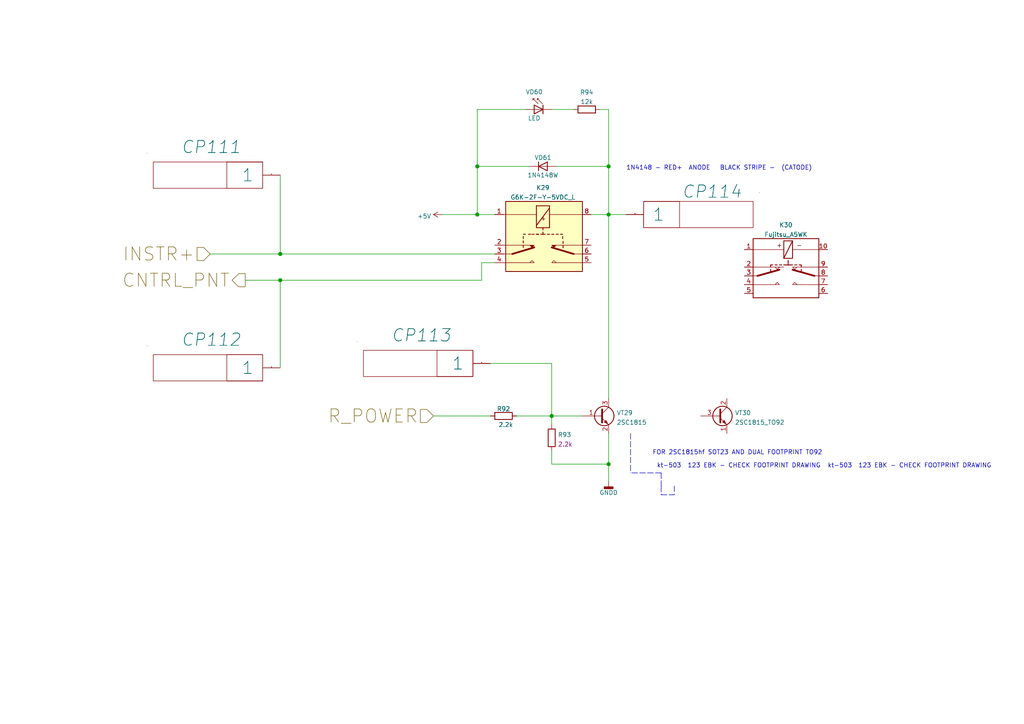
<source format=kicad_sch>
(kicad_sch (version 20210621) (generator eeschema)

  (uuid 023a4d2c-7844-4db0-b088-905a14a837a2)

  (paper "A4")

  (title_block
    (title "Seebeck measurement system (longitudinally)")
    (comment 1 "RUST.ZM-12.402.01.00")
  )

  (lib_symbols
    (symbol "my_Library:12k" (pin_numbers hide) (pin_names (offset 0)) (in_bom yes) (on_board yes)
      (property "Reference" "R" (id 0) (at 0 2.032 0)
        (effects (font (size 1.27 1.27)))
      )
      (property "Value" "12k" (id 1) (at 0.635 -2.54 0)
        (effects (font (size 1.27 1.27)))
      )
      (property "Footprint" "my_Library_ftprint:R_0805_2012Metric" (id 2) (at 0 -1.778 0)
        (effects (font (size 1.27 1.27)) hide)
      )
      (property "Datasheet" "~" (id 3) (at 0 0 90)
        (effects (font (size 1.27 1.27)) hide)
      )
      (property "ki_keywords" "R res resistor" (id 4) (at 0 0 0)
        (effects (font (size 1.27 1.27)) hide)
      )
      (property "ki_description" "Resistor" (id 5) (at 0 0 0)
        (effects (font (size 1.27 1.27)) hide)
      )
      (property "ki_fp_filters" "R_*" (id 6) (at 0 0 0)
        (effects (font (size 1.27 1.27)) hide)
      )
      (symbol "12k_0_1"
        (rectangle (start 2.54 -1.016) (end -2.54 1.016)
          (stroke (width 0.254) (type default) (color 0 0 0 0))
          (fill (type none))
        )
      )
      (symbol "12k_1_1"
        (pin passive line (at -3.81 0 0) (length 1.27)
          (name "~" (effects (font (size 1.27 1.27))))
          (number "1" (effects (font (size 1.27 1.27))))
        )
        (pin passive line (at 3.81 0 180) (length 1.27)
          (name "~" (effects (font (size 1.27 1.27))))
          (number "2" (effects (font (size 1.27 1.27))))
        )
      )
    )
    (symbol "my_Library:1N4148W" (pin_numbers hide) (pin_names (offset 1.016) hide) (in_bom yes) (on_board yes)
      (property "Reference" "VD" (id 0) (at 0 2.54 0)
        (effects (font (size 1.27 1.27)))
      )
      (property "Value" "1N4148W" (id 1) (at 0 -2.54 0)
        (effects (font (size 1.27 1.27)))
      )
      (property "Footprint" "my_Library_ftprint:D_SOD-123" (id 2) (at 0 -4.445 0)
        (effects (font (size 1.27 1.27)) hide)
      )
      (property "Datasheet" "https://assets.nexperia.com/documents/data-sheet/1N4148_1N4448.pdf" (id 3) (at 0 0 0)
        (effects (font (size 1.27 1.27)) hide)
      )
      (property "ki_keywords" "diode" (id 4) (at 0 0 0)
        (effects (font (size 1.27 1.27)) hide)
      )
      (property "ki_description" "100V 0.15A standard switching diode, DO-35" (id 5) (at 0 0 0)
        (effects (font (size 1.27 1.27)) hide)
      )
      (property "ki_fp_filters" "D*DO?35*" (id 6) (at 0 0 0)
        (effects (font (size 1.27 1.27)) hide)
      )
      (symbol "1N4148W_0_1"
        (polyline
          (pts
            (xy -1.27 1.27)
            (xy -1.27 -1.27)
          )
          (stroke (width 0.254) (type default) (color 0 0 0 0))
          (fill (type none))
        )
        (polyline
          (pts
            (xy 1.27 0)
            (xy -1.27 0)
          )
          (stroke (width 0) (type default) (color 0 0 0 0))
          (fill (type none))
        )
        (polyline
          (pts
            (xy 1.27 1.27)
            (xy 1.27 -1.27)
            (xy -1.27 0)
            (xy 1.27 1.27)
          )
          (stroke (width 0.254) (type default) (color 0 0 0 0))
          (fill (type none))
        )
      )
      (symbol "1N4148W_1_1"
        (pin passive line (at -3.81 0 0) (length 2.54)
          (name "K" (effects (font (size 1.27 1.27))))
          (number "1" (effects (font (size 1.27 1.27))))
        )
        (pin passive line (at 3.81 0 180) (length 2.54)
          (name "A" (effects (font (size 1.27 1.27))))
          (number "2" (effects (font (size 1.27 1.27))))
        )
      )
    )
    (symbol "my_Library:2.2k" (pin_numbers hide) (pin_names (offset 0)) (in_bom yes) (on_board yes)
      (property "Reference" "R" (id 0) (at 0 2.032 0)
        (effects (font (size 1.27 1.27)))
      )
      (property "Value" "2.2k" (id 1) (at 0.635 -2.54 0)
        (effects (font (size 1.27 1.27)))
      )
      (property "Footprint" "my_Library_ftprint:R_0805_2012Metric" (id 2) (at 0 -1.778 0)
        (effects (font (size 1.27 1.27)) hide)
      )
      (property "Datasheet" "~" (id 3) (at 0 0 90)
        (effects (font (size 1.27 1.27)) hide)
      )
      (property "ki_keywords" "R res resistor" (id 4) (at 0 0 0)
        (effects (font (size 1.27 1.27)) hide)
      )
      (property "ki_description" "Resistor" (id 5) (at 0 0 0)
        (effects (font (size 1.27 1.27)) hide)
      )
      (property "ki_fp_filters" "R_*" (id 6) (at 0 0 0)
        (effects (font (size 1.27 1.27)) hide)
      )
      (symbol "2.2k_0_1"
        (rectangle (start 2.54 -1.016) (end -2.54 1.016)
          (stroke (width 0.254) (type default) (color 0 0 0 0))
          (fill (type none))
        )
      )
      (symbol "2.2k_1_1"
        (pin passive line (at -3.81 0 0) (length 1.27)
          (name "~" (effects (font (size 1.27 1.27))))
          (number "1" (effects (font (size 1.27 1.27))))
        )
        (pin passive line (at 3.81 0 180) (length 1.27)
          (name "~" (effects (font (size 1.27 1.27))))
          (number "2" (effects (font (size 1.27 1.27))))
        )
      )
    )
    (symbol "my_Library:2.2kvert" (pin_numbers hide) (pin_names (offset 0)) (in_bom yes) (on_board yes)
      (property "Reference" "R" (id 0) (at 3.175 1.905 0)
        (effects (font (size 1.27 1.27)))
      )
      (property "Value" "2.2kvert" (id 1) (at -7.62 0 0)
        (effects (font (size 1.27 1.27)) hide)
      )
      (property "Footprint" "my_Library_ftprint:R_0805_2012Metric" (id 2) (at -1.778 0 90)
        (effects (font (size 1.27 1.27)) hide)
      )
      (property "Datasheet" "~" (id 3) (at 0 0 0)
        (effects (font (size 1.27 1.27)) hide)
      )
      (property "volume" "2.2k" (id 4) (at 3.81 -1.27 0)
        (effects (font (size 1.27 1.27)))
      )
      (property "Field5" "" (id 5) (at 0 0 0)
        (effects (font (size 1.27 1.27)))
      )
      (property "ki_keywords" "R res resistor" (id 6) (at 0 0 0)
        (effects (font (size 1.27 1.27)) hide)
      )
      (property "ki_description" "Resistor" (id 7) (at 0 0 0)
        (effects (font (size 1.27 1.27)) hide)
      )
      (property "ki_fp_filters" "R_*" (id 8) (at 0 0 0)
        (effects (font (size 1.27 1.27)) hide)
      )
      (symbol "2.2kvert_0_1"
        (rectangle (start -1.016 -2.54) (end 1.016 2.54)
          (stroke (width 0.254) (type default) (color 0 0 0 0))
          (fill (type none))
        )
      )
      (symbol "2.2kvert_1_1"
        (pin passive line (at 0 3.81 270) (length 1.27)
          (name "~" (effects (font (size 1.27 1.27))))
          (number "1" (effects (font (size 1.27 1.27))))
        )
        (pin passive line (at 0 -3.81 90) (length 1.27)
          (name "~" (effects (font (size 1.27 1.27))))
          (number "2" (effects (font (size 1.27 1.27))))
        )
      )
    )
    (symbol "my_Library:2SC1815" (pin_names (offset 0) hide) (in_bom yes) (on_board yes)
      (property "Reference" "VT" (id 0) (at 5.08 1.905 0)
        (effects (font (size 1.27 1.27)) (justify left))
      )
      (property "Value" "2SC1815" (id 1) (at 5.08 0 0)
        (effects (font (size 1.27 1.27)) (justify left))
      )
      (property "Footprint" "my_Library_ftprint:SOT-23_MY_C_E_Silk" (id 2) (at 5.08 -1.905 0)
        (effects (font (size 1.27 1.27) italic) (justify left) hide)
      )
      (property "Datasheet" "https://media.digikey.com/pdf/Data%20Sheets/Toshiba%20PDFs/2SC1815.pdf" (id 3) (at 0 0 0)
        (effects (font (size 1.27 1.27)) (justify left) hide)
      )
      (property "ki_keywords" "Low Noise Audio NPN Transistor" (id 4) (at 0 0 0)
        (effects (font (size 1.27 1.27)) hide)
      )
      (property "ki_description" "0.15A Ic, 50V Vce, Low Noise Audio NPN Transistor, TO-92" (id 5) (at 0 0 0)
        (effects (font (size 1.27 1.27)) hide)
      )
      (property "ki_fp_filters" "TO?92*" (id 6) (at 0 0 0)
        (effects (font (size 1.27 1.27)) hide)
      )
      (symbol "2SC1815_0_1"
        (polyline
          (pts
            (xy 0 0)
            (xy 0.508 0)
          )
          (stroke (width 0) (type default) (color 0 0 0 0))
          (fill (type none))
        )
        (polyline
          (pts
            (xy 0.635 0.635)
            (xy 2.54 2.54)
          )
          (stroke (width 0) (type default) (color 0 0 0 0))
          (fill (type none))
        )
        (polyline
          (pts
            (xy 0.635 -0.635)
            (xy 2.54 -2.54)
            (xy 2.54 -2.54)
          )
          (stroke (width 0) (type default) (color 0 0 0 0))
          (fill (type none))
        )
        (polyline
          (pts
            (xy 0.635 1.905)
            (xy 0.635 -1.905)
            (xy 0.635 -1.905)
          )
          (stroke (width 0.508) (type default) (color 0 0 0 0))
          (fill (type none))
        )
        (polyline
          (pts
            (xy 1.27 -1.778)
            (xy 1.778 -1.27)
            (xy 2.286 -2.286)
            (xy 1.27 -1.778)
            (xy 1.27 -1.778)
          )
          (stroke (width 0) (type default) (color 0 0 0 0))
          (fill (type outline))
        )
        (circle (center 1.27 0) (radius 2.8194) (stroke (width 0.254))           (stroke (width 0.254) (type default) (color 0 0 0 0))
          (fill (type none))
        )
      )
      (symbol "2SC1815_1_1"
        (pin input line (at -5.08 0 0) (length 5.08)
          (name "B" (effects (font (size 1.27 1.27))))
          (number "1" (effects (font (size 1.27 1.27))))
        )
        (pin passive line (at 2.54 -5.08 90) (length 2.54)
          (name "E" (effects (font (size 1.27 1.27))))
          (number "2" (effects (font (size 1.27 1.27))))
        )
        (pin passive line (at 2.54 5.08 270) (length 2.54)
          (name "C" (effects (font (size 1.27 1.27))))
          (number "3" (effects (font (size 1.27 1.27))))
        )
      )
    )
    (symbol "my_Library:2SC1815_TO92" (pin_names (offset 0) hide) (in_bom yes) (on_board yes)
      (property "Reference" "VT" (id 0) (at 5.08 1.905 0)
        (effects (font (size 1.27 1.27)) (justify left))
      )
      (property "Value" "2SC1815_TO92" (id 1) (at 5.08 0 0)
        (effects (font (size 1.27 1.27)) (justify left))
      )
      (property "Footprint" "my_Library_ftprint:TO-92L_Inline" (id 2) (at -12.7 -11.43 0)
        (effects (font (size 1.27 1.27) italic) (justify left) hide)
      )
      (property "Datasheet" "https://media.digikey.com/pdf/Data%20Sheets/Toshiba%20PDFs/2SC1815.pdf" (id 3) (at -22.86 -6.35 0)
        (effects (font (size 1.27 1.27)) (justify left) hide)
      )
      (property "ki_keywords" "Low Noise Audio NPN Transistor" (id 4) (at 0 0 0)
        (effects (font (size 1.27 1.27)) hide)
      )
      (property "ki_description" "0.15A Ic, 50V Vce, Low Noise Audio NPN Transistor, TO-92" (id 5) (at 0 0 0)
        (effects (font (size 1.27 1.27)) hide)
      )
      (property "ki_fp_filters" "TO?92*" (id 6) (at 0 0 0)
        (effects (font (size 1.27 1.27)) hide)
      )
      (symbol "2SC1815_TO92_0_1"
        (polyline
          (pts
            (xy 0 0)
            (xy 0.508 0)
          )
          (stroke (width 0) (type default) (color 0 0 0 0))
          (fill (type none))
        )
        (polyline
          (pts
            (xy 0.635 0.635)
            (xy 2.54 2.54)
          )
          (stroke (width 0) (type default) (color 0 0 0 0))
          (fill (type none))
        )
        (polyline
          (pts
            (xy 0.635 -0.635)
            (xy 2.54 -2.54)
            (xy 2.54 -2.54)
          )
          (stroke (width 0) (type default) (color 0 0 0 0))
          (fill (type none))
        )
        (polyline
          (pts
            (xy 0.635 1.905)
            (xy 0.635 -1.905)
            (xy 0.635 -1.905)
          )
          (stroke (width 0.508) (type default) (color 0 0 0 0))
          (fill (type none))
        )
        (polyline
          (pts
            (xy 1.27 -1.778)
            (xy 1.778 -1.27)
            (xy 2.286 -2.286)
            (xy 1.27 -1.778)
            (xy 1.27 -1.778)
          )
          (stroke (width 0) (type default) (color 0 0 0 0))
          (fill (type outline))
        )
        (circle (center 1.27 0) (radius 2.8194) (stroke (width 0.254))           (stroke (width 0.254) (type default) (color 0 0 0 0))
          (fill (type none))
        )
      )
      (symbol "2SC1815_TO92_1_1"
        (pin passive line (at 2.54 -5.08 90) (length 2.54)
          (name "E" (effects (font (size 1.27 1.27))))
          (number "1" (effects (font (size 1.27 1.27))))
        )
        (pin passive line (at 2.54 5.08 270) (length 2.54)
          (name "C" (effects (font (size 1.27 1.27))))
          (number "2" (effects (font (size 1.27 1.27))))
        )
        (pin input line (at -5.08 0 0) (length 5.08)
          (name "B" (effects (font (size 1.27 1.27))))
          (number "3" (effects (font (size 1.27 1.27))))
        )
      )
    )
    (symbol "my_Library:CP_L" (pin_names (offset 2.54)) (in_bom yes) (on_board yes)
      (property "Reference" "CP" (id 0) (at -21.336 7.874 0)
        (effects (font (size 3.556 3.556) italic))
      )
      (property "Value" "CP_L" (id 1) (at -101.6 0 0)
        (effects (font (size 2.0066 2.0066) italic) hide)
      )
      (property "Footprint" "my_Library_ftprint:PinHeader_1x01_P2.54mm_Vertical" (id 2) (at -101.6 -2.54 0)
        (effects (font (size 2.0066 2.0066) italic) hide)
      )
      (property "Datasheet" "" (id 3) (at -101.6 -5.08 0)
        (effects (font (size 2.0066 2.0066) italic) hide)
      )
      (property "ValueName" "ВИЛКА НА ПЛАТУ 2.5 ММ ШАГ" (id 4) (at -21.336 -23.622 0)
        (effects (font (size 2.0066 2.0066) italic) hide)
      )
      (property "ValueGroup" "Соединители" (id 5) (at -101.6 -7.62 0)
        (effects (font (size 2.0066 2.0066) italic) hide)
      )
      (property "ValueGOST" "розетка СНП346-5PП21-1" (id 6) (at -101.6 -10.16 0)
        (effects (font (size 2.0066 2.0066) italic) hide)
      )
      (property "ValueTU" "РЮМК.430420.011ТУ" (id 7) (at -101.6 -12.7 0)
        (effects (font (size 2.0066 2.0066) italic) hide)
      )
      (property "ValueManufacturer" "ф. АО «Электродеталь»" (id 8) (at -101.6 -15.24 0)
        (effects (font (size 2.0066 2.0066) italic) hide)
      )
      (property "ValueTemp_1" "РЮМК.430420.011ТУ" (id 9) (at -101.6 -17.78 0)
        (effects (font (size 2.0066 2.0066) italic) hide)
      )
      (property "ValueSupplier" "ф. АО «Электродеталь»" (id 10) (at -101.6 -20.32 0)
        (effects (font (size 2.0066 2.0066) italic) hide)
      )
      (property "ValueAnalog" "PLD-10 DS-1021" (id 11) (at -101.6 -22.86 0)
        (effects (font (size 2.0066 2.0066) italic) hide)
      )
      (property "ValueTemperature" "от минус 60 ⁰C до + 85 ⁰C" (id 12) (at -101.6 -25.4 0)
        (effects (font (size 2.0066 2.0066) italic) hide)
      )
      (property "ValueNote" "-" (id 13) (at -101.6 -27.94 0)
        (effects (font (size 2.0066 2.0066) italic) hide)
      )
      (property "ValueTemp_2" "-" (id 14) (at -101.6 -30.48 0)
        (effects (font (size 2.0066 2.0066) italic) hide)
      )
      (property "ValueTemp_3" "-" (id 15) (at -101.6 -33.02 0)
        (effects (font (size 2.0066 2.0066) italic) hide)
      )
      (property "ValueTemp_4" "-" (id 16) (at -101.6 -35.56 0)
        (effects (font (size 2.0066 2.0066) italic) hide)
      )
      (property "ValueTemp_5" "-" (id 17) (at -101.6 -38.1 0)
        (effects (font (size 2.0066 2.0066) italic) hide)
      )
      (property "PIN1" "  " (id 18) (at -12.6362 37.9594 0)
        (effects (font (size 2.0066 2.0066) italic))
      )
      (property "PIN2" "   " (id 19) (at -12.6362 33.7224 0)
        (effects (font (size 2.0066 2.0066) italic))
      )
      (property "PIN3" " " (id 20) (at -12.6362 29.4854 0)
        (effects (font (size 2.0066 2.0066) italic))
      )
      (property "PIN4" "  " (id 21) (at -12.6362 25.2484 0)
        (effects (font (size 2.0066 2.0066) italic))
      )
      (property "PIN5" " " (id 22) (at -12.6362 21.0114 0)
        (effects (font (size 2.0066 2.0066) italic))
      )
      (property "ki_fp_filters" "[LTM][FP][Connectors][SNP346]:[LTM][X]*" (id 23) (at 0 0 0)
        (effects (font (size 1.27 1.27)) hide)
      )
      (symbol "CP_L_0_0"
        (pin passive line (at 0 0 180) (length 5.08)
          (name "1" (effects (font (size 3.556 3.556))))
          (number "1" (effects (font (size 0.0254 0.0254))))
        )
      )
      (symbol "CP_L_1_1"
        (rectangle (start -38.608 6.35) (end -38.608 6.35)
          (stroke (width 0) (type default) (color 0 0 0 0))
          (fill (type none))
        )
        (rectangle (start -36.83 3.81) (end -5.08 -3.81)
          (stroke (width 0) (type default) (color 0 0 0 0))
          (fill (type none))
        )
        (rectangle (start -15.494 3.81) (end -5.08 -3.81)
          (stroke (width 0) (type default) (color 0 0 0 0))
          (fill (type none))
        )
        (text " " (at 9.906 -12.7 0)
          (effects (font (size 2.0066 2.0066) italic))
        )
        (text " " (at 9.906 -7.62 0)
          (effects (font (size 2.0066 2.0066) italic))
        )
        (text " " (at 9.906 -2.54 0)
          (effects (font (size 2.0066 2.0066) italic))
        )
        (text " " (at 9.906 2.54 0)
          (effects (font (size 2.0066 2.0066) italic))
        )
        (text " " (at 9.906 17.78 0)
          (effects (font (size 2.0066 2.0066) italic))
        )
        (text " " (at 12.446 -34.29 0)
          (effects (font (size 2.0066 2.0066) italic))
        )
        (text " " (at 12.446 -29.21 0)
          (effects (font (size 2.0066 2.0066) italic))
        )
        (text " " (at 12.446 -24.13 0)
          (effects (font (size 2.0066 2.0066) italic))
        )
      )
    )
    (symbol "my_Library:CP_R" (pin_names (offset 2.54)) (in_bom yes) (on_board yes)
      (property "Reference" "CP" (id 0) (at -21.336 7.874 0)
        (effects (font (size 3.556 3.556) italic))
      )
      (property "Value" "CP_R" (id 1) (at -101.6 0 0)
        (effects (font (size 2.0066 2.0066) italic) hide)
      )
      (property "Footprint" "my_Library_ftprint:PinHeader_1x01_P2.54mm_Vertical" (id 2) (at -101.6 -2.54 0)
        (effects (font (size 2.0066 2.0066) italic) hide)
      )
      (property "Datasheet" "" (id 3) (at -101.6 -5.08 0)
        (effects (font (size 2.0066 2.0066) italic) hide)
      )
      (property "ValueName" "ВИЛКА НА ПЛАТУ 2.5 ММ ШАГ" (id 4) (at -21.336 -23.622 0)
        (effects (font (size 2.0066 2.0066) italic) hide)
      )
      (property "ValueGroup" "Соединители" (id 5) (at -101.6 -7.62 0)
        (effects (font (size 2.0066 2.0066) italic) hide)
      )
      (property "ValueGOST" "розетка СНП346-5PП21-1" (id 6) (at -101.6 -10.16 0)
        (effects (font (size 2.0066 2.0066) italic) hide)
      )
      (property "ValueTU" "РЮМК.430420.011ТУ" (id 7) (at -101.6 -12.7 0)
        (effects (font (size 2.0066 2.0066) italic) hide)
      )
      (property "ValueManufacturer" "ф. АО «Электродеталь»" (id 8) (at -101.6 -15.24 0)
        (effects (font (size 2.0066 2.0066) italic) hide)
      )
      (property "ValueTemp_1" "РЮМК.430420.011ТУ" (id 9) (at -101.6 -17.78 0)
        (effects (font (size 2.0066 2.0066) italic) hide)
      )
      (property "ValueSupplier" "ф. АО «Электродеталь»" (id 10) (at -101.6 -20.32 0)
        (effects (font (size 2.0066 2.0066) italic) hide)
      )
      (property "ValueAnalog" "PLD-10 DS-1021" (id 11) (at -101.6 -22.86 0)
        (effects (font (size 2.0066 2.0066) italic) hide)
      )
      (property "ValueTemperature" "от минус 60 ⁰C до + 85 ⁰C" (id 12) (at -101.6 -25.4 0)
        (effects (font (size 2.0066 2.0066) italic) hide)
      )
      (property "ValueNote" "-" (id 13) (at -101.6 -27.94 0)
        (effects (font (size 2.0066 2.0066) italic) hide)
      )
      (property "ValueTemp_2" "-" (id 14) (at -101.6 -30.48 0)
        (effects (font (size 2.0066 2.0066) italic) hide)
      )
      (property "ValueTemp_3" "-" (id 15) (at -101.6 -33.02 0)
        (effects (font (size 2.0066 2.0066) italic) hide)
      )
      (property "ValueTemp_4" "-" (id 16) (at -101.6 -35.56 0)
        (effects (font (size 2.0066 2.0066) italic) hide)
      )
      (property "ValueTemp_5" "-" (id 17) (at -101.6 -38.1 0)
        (effects (font (size 2.0066 2.0066) italic) hide)
      )
      (property "PIN1" "  " (id 18) (at -12.6362 37.9594 0)
        (effects (font (size 2.0066 2.0066) italic))
      )
      (property "PIN2" "   " (id 19) (at -12.6362 33.7224 0)
        (effects (font (size 2.0066 2.0066) italic))
      )
      (property "PIN3" " " (id 20) (at -12.6362 29.4854 0)
        (effects (font (size 2.0066 2.0066) italic))
      )
      (property "PIN4" "  " (id 21) (at -12.6362 25.2484 0)
        (effects (font (size 2.0066 2.0066) italic))
      )
      (property "PIN5" " " (id 22) (at -12.6362 21.0114 0)
        (effects (font (size 2.0066 2.0066) italic))
      )
      (property "ki_fp_filters" "[LTM][FP][Connectors][SNP346]:[LTM][X]*" (id 23) (at 0 0 0)
        (effects (font (size 1.27 1.27)) hide)
      )
      (symbol "CP_R_0_0"
        (pin passive line (at 0 0 180) (length 5.08)
          (name "1" (effects (font (size 3.556 3.556))))
          (number "1" (effects (font (size 0.0254 0.0254))))
        )
      )
      (symbol "CP_R_1_1"
        (rectangle (start -38.608 6.35) (end -38.608 6.35)
          (stroke (width 0) (type default) (color 0 0 0 0))
          (fill (type none))
        )
        (rectangle (start -36.83 3.81) (end -5.08 -3.81)
          (stroke (width 0) (type default) (color 0 0 0 0))
          (fill (type none))
        )
        (rectangle (start -15.494 3.81) (end -5.08 -3.81)
          (stroke (width 0) (type default) (color 0 0 0 0))
          (fill (type none))
        )
        (text " " (at 9.906 -12.7 0)
          (effects (font (size 2.0066 2.0066) italic))
        )
        (text " " (at 9.906 -7.62 0)
          (effects (font (size 2.0066 2.0066) italic))
        )
        (text " " (at 9.906 -2.54 0)
          (effects (font (size 2.0066 2.0066) italic))
        )
        (text " " (at 9.906 2.54 0)
          (effects (font (size 2.0066 2.0066) italic))
        )
        (text " " (at 9.906 17.78 0)
          (effects (font (size 2.0066 2.0066) italic))
        )
        (text " " (at 12.446 -34.29 0)
          (effects (font (size 2.0066 2.0066) italic))
        )
        (text " " (at 12.446 -29.21 0)
          (effects (font (size 2.0066 2.0066) italic))
        )
        (text " " (at 12.446 -24.13 0)
          (effects (font (size 2.0066 2.0066) italic))
        )
      )
    )
    (symbol "my_Library:Fujitsu_A5WK" (in_bom yes) (on_board yes)
      (property "Reference" "K" (id 0) (at 0 12.8566 0)
        (effects (font (size 1.27 1.27)))
      )
      (property "Value" "Fujitsu_A5WK" (id 1) (at 0 10.0815 0)
        (effects (font (size 1.27 1.27)))
      )
      (property "Footprint" "my_Library_ftprint:Relay_DPDT_Fujitsu_A5WK" (id 2) (at 1.27 26.67 0)
        (effects (font (size 1.27 1.27)) hide)
      )
      (property "Datasheet" "https://www.fujitsu.com/downloads/MICRO/fcai/relays/ftr-f1.pdf" (id 3) (at 3.81 30.48 0)
        (effects (font (size 1.27 1.27)) hide)
      )
      (property "ki_keywords" "double pole double throw relay" (id 4) (at 0 0 0)
        (effects (font (size 1.27 1.27)) hide)
      )
      (property "ki_description" "Fujitsu Low Profile Power Relay" (id 5) (at 0 0 0)
        (effects (font (size 1.27 1.27)) hide)
      )
      (property "ki_fp_filters" "*Relay*DPDT*Fujitsu*FTR*F1C*" (id 6) (at 0 0 0)
        (effects (font (size 1.27 1.27)) hide)
      )
      (symbol "Fujitsu_A5WK_0_0"
        (text "+" (at -2.54 6.35 0)
          (effects (font (size 1.27 1.27)))
        )
        (text "-" (at 3.175 6.35 0)
          (effects (font (size 1.27 1.27)))
        )
      )
      (symbol "Fujitsu_A5WK_0_1"
        (polyline
          (pts
            (xy 1.27 7.62)
            (xy -1.27 2.54)
          )
          (stroke (width 0.254) (type default) (color 0 0 0 0))
          (fill (type none))
        )
        (polyline
          (pts
            (xy -5.08 0)
            (xy -2.54 0)
            (xy -3.175 -0.635)
            (xy -3.81 0)
          )
          (stroke (width 0) (type default) (color 0 0 0 0))
          (fill (type none))
        )
        (polyline
          (pts
            (xy 3.81 0)
            (xy 1.27 0)
            (xy 1.905 -0.635)
            (xy 2.54 0)
          )
          (stroke (width 0) (type default) (color 0 0 0 0))
          (fill (type none))
        )
        (rectangle (start 1.27 7.62) (end -1.27 2.54)
          (stroke (width 0.254) (type default) (color 0 0 0 0))
          (fill (type none))
        )
      )
      (symbol "Fujitsu_A5WK_1_1"
        (rectangle (start -10.16 8.255) (end 8.89 -8.89)
          (stroke (width 0.254) (type default) (color 0 0 0 0))
          (fill (type none))
        )
        (polyline
          (pts
            (xy -10.16 5.08)
            (xy -1.27 5.08)
          )
          (stroke (width 0) (type default) (color 0 0 0 0))
          (fill (type none))
        )
        (polyline
          (pts
            (xy -8.89 -2.54)
            (xy -10.16 -2.54)
          )
          (stroke (width 0.1524) (type default) (color 0 0 0 0))
          (fill (type none))
        )
        (polyline
          (pts
            (xy -8.89 -2.54)
            (xy -2.54 -0.762)
          )
          (stroke (width 0.508) (type default) (color 0 0 0 0))
          (fill (type none))
        )
        (polyline
          (pts
            (xy -5.08 -5.08)
            (xy -10.16 -5.08)
          )
          (stroke (width 0.1524) (type default) (color 0 0 0 0))
          (fill (type none))
        )
        (polyline
          (pts
            (xy -5.08 -0.635)
            (xy -5.08 -1.27)
          )
          (stroke (width 0.254) (type default) (color 0 0 0 0))
          (fill (type none))
        )
        (polyline
          (pts
            (xy -5.08 0)
            (xy -10.16 0)
          )
          (stroke (width 0.1524) (type default) (color 0 0 0 0))
          (fill (type none))
        )
        (polyline
          (pts
            (xy -5.08 0.635)
            (xy -5.08 0)
          )
          (stroke (width 0.254) (type default) (color 0 0 0 0))
          (fill (type none))
        )
        (polyline
          (pts
            (xy -5.08 0.635)
            (xy -4.445 0.635)
          )
          (stroke (width 0.254) (type default) (color 0 0 0 0))
          (fill (type none))
        )
        (polyline
          (pts
            (xy -3.81 0.635)
            (xy -3.175 0.635)
          )
          (stroke (width 0.254) (type default) (color 0 0 0 0))
          (fill (type none))
        )
        (polyline
          (pts
            (xy -2.54 0)
            (xy -1.27 0)
          )
          (stroke (width 0) (type default) (color 0 0 0 0))
          (fill (type none))
        )
        (polyline
          (pts
            (xy -2.54 0.635)
            (xy -1.905 0.635)
          )
          (stroke (width 0.254) (type default) (color 0 0 0 0))
          (fill (type none))
        )
        (polyline
          (pts
            (xy -1.27 0.635)
            (xy -0.635 0.635)
          )
          (stroke (width 0.254) (type default) (color 0 0 0 0))
          (fill (type none))
        )
        (polyline
          (pts
            (xy -0.635 0.635)
            (xy 0 0.635)
          )
          (stroke (width 0.254) (type default) (color 0 0 0 0))
          (fill (type none))
        )
        (polyline
          (pts
            (xy 0 0.635)
            (xy 0 1.27)
          )
          (stroke (width 0.254) (type default) (color 0 0 0 0))
          (fill (type none))
        )
        (polyline
          (pts
            (xy 0 0.635)
            (xy 0.635 0.635)
          )
          (stroke (width 0.254) (type default) (color 0 0 0 0))
          (fill (type none))
        )
        (polyline
          (pts
            (xy 0 1.905)
            (xy 0 1.27)
          )
          (stroke (width 0.254) (type default) (color 0 0 0 0))
          (fill (type none))
        )
        (polyline
          (pts
            (xy 0.635 0.635)
            (xy 1.27 0.635)
          )
          (stroke (width 0.254) (type default) (color 0 0 0 0))
          (fill (type none))
        )
        (polyline
          (pts
            (xy 1.905 0.635)
            (xy 2.54 0.635)
          )
          (stroke (width 0.254) (type default) (color 0 0 0 0))
          (fill (type none))
        )
        (polyline
          (pts
            (xy 3.175 0.635)
            (xy 3.81 0.635)
          )
          (stroke (width 0.254) (type default) (color 0 0 0 0))
          (fill (type none))
        )
        (polyline
          (pts
            (xy 3.81 -5.08)
            (xy 8.89 -5.08)
          )
          (stroke (width 0.1524) (type default) (color 0 0 0 0))
          (fill (type none))
        )
        (polyline
          (pts
            (xy 3.81 -0.635)
            (xy 3.81 -1.27)
          )
          (stroke (width 0.254) (type default) (color 0 0 0 0))
          (fill (type none))
        )
        (polyline
          (pts
            (xy 3.81 0)
            (xy 8.89 0)
          )
          (stroke (width 0.1524) (type default) (color 0 0 0 0))
          (fill (type none))
        )
        (polyline
          (pts
            (xy 3.81 0.635)
            (xy 3.81 0)
          )
          (stroke (width 0.254) (type default) (color 0 0 0 0))
          (fill (type none))
        )
        (polyline
          (pts
            (xy 7.62 -2.54)
            (xy 1.27 -0.762)
          )
          (stroke (width 0.508) (type default) (color 0 0 0 0))
          (fill (type none))
        )
        (polyline
          (pts
            (xy 7.62 -2.54)
            (xy 8.89 -2.54)
          )
          (stroke (width 0.1524) (type default) (color 0 0 0 0))
          (fill (type none))
        )
        (polyline
          (pts
            (xy 8.89 5.08)
            (xy 1.27 5.08)
            (xy 1.524 5.08)
          )
          (stroke (width 0) (type default) (color 0 0 0 0))
          (fill (type none))
        )
        (polyline
          (pts
            (xy -5.08 -5.08)
            (xy -2.54 -5.08)
            (xy -3.175 -4.445)
            (xy -3.81 -5.08)
          )
          (stroke (width 0) (type default) (color 0 0 0 0))
          (fill (type none))
        )
        (polyline
          (pts
            (xy 3.81 -5.08)
            (xy 1.27 -5.08)
            (xy 1.905 -4.445)
            (xy 2.54 -5.08)
          )
          (stroke (width 0) (type default) (color 0 0 0 0))
          (fill (type none))
        )
        (pin passive line (at -12.7 5.08 0) (length 2.54)
          (name "" (effects (font (size 1.27 1.27))))
          (number "1" (effects (font (size 1.27 1.27))))
        )
        (pin passive line (at 11.43 5.08 180) (length 2.54)
          (name "" (effects (font (size 1.27 1.27))))
          (number "10" (effects (font (size 1.27 1.27))))
        )
        (pin passive line (at -12.7 0 0) (length 2.54)
          (name "~" (effects (font (size 1.27 1.27))))
          (number "2" (effects (font (size 1.27 1.27))))
        )
        (pin passive line (at -12.7 -2.54 0) (length 2.54)
          (name "~" (effects (font (size 1.27 1.27))))
          (number "3" (effects (font (size 1.27 1.27))))
        )
        (pin passive line (at -12.7 -5.08 0) (length 2.54)
          (name "~" (effects (font (size 1.27 1.27))))
          (number "4" (effects (font (size 1.27 1.27))))
        )
        (pin input line (at -12.7 -7.62 0) (length 2.54)
          (name "" (effects (font (size 1.27 1.27))))
          (number "5" (effects (font (size 1.27 1.27))))
        )
        (pin input line (at 11.43 -7.62 180) (length 2.54)
          (name "" (effects (font (size 1.27 1.27))))
          (number "6" (effects (font (size 1.27 1.27))))
        )
        (pin passive line (at 11.43 -5.08 180) (length 2.54)
          (name "~" (effects (font (size 1.27 1.27))))
          (number "7" (effects (font (size 1.27 1.27))))
        )
        (pin passive line (at 11.43 -2.54 180) (length 2.54)
          (name "~" (effects (font (size 1.27 1.27))))
          (number "8" (effects (font (size 1.27 1.27))))
        )
        (pin passive line (at 11.43 0 180) (length 2.54)
          (name "~" (effects (font (size 1.27 1.27))))
          (number "9" (effects (font (size 1.27 1.27))))
        )
      )
    )
    (symbol "my_Library:G6K-2F-Y-5VDC_L" (in_bom yes) (on_board yes)
      (property "Reference" "K" (id 0) (at 16.51 7.62 0)
        (effects (font (size 1.27 1.27)) (justify left))
      )
      (property "Value" "G6K-2F-Y-5VDC_L" (id 1) (at 8.255 -19.05 0)
        (effects (font (size 1.27 1.27)) (justify left))
      )
      (property "Footprint" "my_Library_ftprint:Relay_DPDT_Omron_G6K-2F-Y" (id 2) (at -11.43 -19.685 0)
        (effects (font (size 1.27 1.27)) (justify left) hide)
      )
      (property "Datasheet" "http://omronfs.omron.com/en_US/ecb/products/pdf/en-g6k.pdf" (id 3) (at 11.43 -26.67 0)
        (effects (font (size 1.27 1.27)) hide)
      )
      (property "ki_keywords" "Miniature Relay Dual Pole DPDT Omron" (id 4) (at 0 0 0)
        (effects (font (size 1.27 1.27)) hide)
      )
      (property "ki_description" "Miniature 2-pole relay, Single-side Stable" (id 5) (at 0 0 0)
        (effects (font (size 1.27 1.27)) hide)
      )
      (property "ki_fp_filters" "Relay*DPDT*Omron*G6K?2*" (id 6) (at 0 0 0)
        (effects (font (size 1.27 1.27)) hide)
      )
      (symbol "G6K-2F-Y-5VDC_L_0_0"
        (text "+" (at 13.97 -1.27 900)
          (effects (font (size 1.27 1.27)))
        )
      )
      (symbol "G6K-2F-Y-5VDC_L_0_1"
        (polyline
          (pts
            (xy 5.08 -11.43)
            (xy 2.54 -11.43)
          )
          (stroke (width 0) (type default) (color 0 0 0 0))
          (fill (type none))
        )
        (polyline
          (pts
            (xy 5.08 -11.43)
            (xy 11.43 -9.525)
          )
          (stroke (width 0.508) (type default) (color 0 0 0 0))
          (fill (type none))
        )
        (polyline
          (pts
            (xy 8.255 -8.89)
            (xy 8.255 -9.525)
          )
          (stroke (width 0.254) (type default) (color 0 0 0 0))
          (fill (type none))
        )
        (polyline
          (pts
            (xy 8.255 -7.62)
            (xy 8.255 -8.255)
          )
          (stroke (width 0.254) (type default) (color 0 0 0 0))
          (fill (type none))
        )
        (polyline
          (pts
            (xy 8.255 -6.35)
            (xy 8.255 -6.985)
          )
          (stroke (width 0.254) (type default) (color 0 0 0 0))
          (fill (type none))
        )
        (polyline
          (pts
            (xy 8.255 -5.715)
            (xy 8.89 -5.715)
          )
          (stroke (width 0.254) (type default) (color 0 0 0 0))
          (fill (type none))
        )
        (polyline
          (pts
            (xy 8.89 -13.97)
            (xy 2.54 -13.97)
          )
          (stroke (width 0.1524) (type default) (color 0 0 0 0))
          (fill (type none))
        )
        (polyline
          (pts
            (xy 8.89 -8.89)
            (xy 2.54 -8.89)
          )
          (stroke (width 0.1524) (type default) (color 0 0 0 0))
          (fill (type none))
        )
        (polyline
          (pts
            (xy 9.779 -5.715)
            (xy 10.414 -5.715)
          )
          (stroke (width 0.254) (type default) (color 0 0 0 0))
          (fill (type none))
        )
        (polyline
          (pts
            (xy 10.795 -5.715)
            (xy 11.43 -5.715)
          )
          (stroke (width 0.254) (type default) (color 0 0 0 0))
          (fill (type none))
        )
        (polyline
          (pts
            (xy 12.065 -5.715)
            (xy 12.7 -5.715)
          )
          (stroke (width 0.254) (type default) (color 0 0 0 0))
          (fill (type none))
        )
        (polyline
          (pts
            (xy 12.065 -5.715)
            (xy 12.7 -5.715)
          )
          (stroke (width 0.254) (type default) (color 0 0 0 0))
          (fill (type none))
        )
        (polyline
          (pts
            (xy 13.335 -5.715)
            (xy 13.97 -5.715)
          )
          (stroke (width 0.254) (type default) (color 0 0 0 0))
          (fill (type none))
        )
        (polyline
          (pts
            (xy 13.97 -5.715)
            (xy 14.605 -5.715)
          )
          (stroke (width 0.254) (type default) (color 0 0 0 0))
          (fill (type none))
        )
        (polyline
          (pts
            (xy 13.97 -5.08)
            (xy 13.97 -5.715)
          )
          (stroke (width 0.254) (type default) (color 0 0 0 0))
          (fill (type none))
        )
        (polyline
          (pts
            (xy 13.97 -3.81)
            (xy 13.97 -4.445)
          )
          (stroke (width 0.254) (type default) (color 0 0 0 0))
          (fill (type none))
        )
        (polyline
          (pts
            (xy 15.24 -5.715)
            (xy 15.875 -5.715)
          )
          (stroke (width 0.254) (type default) (color 0 0 0 0))
          (fill (type none))
        )
        (polyline
          (pts
            (xy 15.875 0)
            (xy 25.4 0)
          )
          (stroke (width 0.1524) (type default) (color 0 0 0 0))
          (fill (type none))
        )
        (polyline
          (pts
            (xy 15.875 1.905)
            (xy 12.065 -3.175)
          )
          (stroke (width 0.254) (type default) (color 0 0 0 0))
          (fill (type none))
        )
        (polyline
          (pts
            (xy 16.51 -5.715)
            (xy 17.145 -5.715)
          )
          (stroke (width 0.254) (type default) (color 0 0 0 0))
          (fill (type none))
        )
        (polyline
          (pts
            (xy 17.78 -5.715)
            (xy 18.415 -5.715)
          )
          (stroke (width 0.254) (type default) (color 0 0 0 0))
          (fill (type none))
        )
        (polyline
          (pts
            (xy 19.05 -5.715)
            (xy 19.685 -5.715)
          )
          (stroke (width 0.254) (type default) (color 0 0 0 0))
          (fill (type none))
        )
        (polyline
          (pts
            (xy 19.685 -6.35)
            (xy 19.685 -6.985)
          )
          (stroke (width 0.254) (type default) (color 0 0 0 0))
          (fill (type none))
        )
        (polyline
          (pts
            (xy 19.812 -9.017)
            (xy 19.812 -9.652)
          )
          (stroke (width 0.254) (type default) (color 0 0 0 0))
          (fill (type none))
        )
        (polyline
          (pts
            (xy 19.812 -7.747)
            (xy 19.812 -8.382)
          )
          (stroke (width 0.254) (type default) (color 0 0 0 0))
          (fill (type none))
        )
        (polyline
          (pts
            (xy 22.86 -13.97)
            (xy 19.05 -13.97)
          )
          (stroke (width 0.1524) (type default) (color 0 0 0 0))
          (fill (type none))
        )
        (polyline
          (pts
            (xy 22.86 -11.43)
            (xy 16.51 -9.525)
          )
          (stroke (width 0.508) (type default) (color 0 0 0 0))
          (fill (type none))
        )
        (polyline
          (pts
            (xy 22.86 -11.43)
            (xy 25.4 -11.43)
          )
          (stroke (width 0.1524) (type default) (color 0 0 0 0))
          (fill (type none))
        )
        (polyline
          (pts
            (xy 22.86 -8.89)
            (xy 19.05 -8.89)
          )
          (stroke (width 0.1524) (type default) (color 0 0 0 0))
          (fill (type none))
        )
        (polyline
          (pts
            (xy 25.4 -13.97)
            (xy 22.86 -13.97)
          )
          (stroke (width 0.1524) (type default) (color 0 0 0 0))
          (fill (type none))
        )
        (polyline
          (pts
            (xy 25.4 -8.89)
            (xy 22.86 -8.89)
          )
          (stroke (width 0.1524) (type default) (color 0 0 0 0))
          (fill (type none))
        )
        (polyline
          (pts
            (xy 12.065 0)
            (xy 2.54 0)
            (xy 3.81 0)
          )
          (stroke (width 0.1524) (type default) (color 0 0 0 0))
          (fill (type none))
        )
        (polyline
          (pts
            (xy 8.89 -13.97)
            (xy 11.43 -13.97)
            (xy 10.795 -13.335)
            (xy 10.16 -13.97)
          )
          (stroke (width 0) (type default) (color 0 0 0 0))
          (fill (type none))
        )
        (polyline
          (pts
            (xy 8.89 -8.89)
            (xy 11.43 -8.89)
            (xy 10.795 -9.525)
            (xy 10.16 -8.89)
          )
          (stroke (width 0) (type default) (color 0 0 0 0))
          (fill (type outline))
        )
        (polyline
          (pts
            (xy 19.05 -13.97)
            (xy 16.51 -13.97)
            (xy 17.145 -13.335)
            (xy 17.78 -13.97)
          )
          (stroke (width 0) (type default) (color 0 0 0 0))
          (fill (type none))
        )
        (polyline
          (pts
            (xy 19.05 -8.89)
            (xy 16.51 -8.89)
            (xy 17.145 -9.525)
            (xy 17.78 -8.89)
          )
          (stroke (width 0) (type default) (color 0 0 0 0))
          (fill (type outline))
        )
        (rectangle (start 3.175 3.81) (end 25.4 -16.51)
          (stroke (width 0.254) (type default) (color 0 0 0 0))
          (fill (type background))
        )
        (rectangle (start 12.065 2.54) (end 15.875 -3.81)
          (stroke (width 0.254) (type default) (color 0 0 0 0))
          (fill (type none))
        )
      )
      (symbol "G6K-2F-Y-5VDC_L_1_1"
        (pin passive line (at 0 0 0) (length 2.54)
          (name "~" (effects (font (size 1.27 1.27))))
          (number "1" (effects (font (size 1.27 1.27))))
        )
        (pin passive line (at 0 -8.89 0) (length 2.54)
          (name "~" (effects (font (size 1.27 1.27))))
          (number "2" (effects (font (size 1.27 1.27))))
        )
        (pin passive line (at 0 -11.43 0) (length 2.54)
          (name "~" (effects (font (size 1.27 1.27))))
          (number "3" (effects (font (size 1.27 1.27))))
        )
        (pin passive line (at 0 -13.97 0) (length 2.54)
          (name "~" (effects (font (size 1.27 1.27))))
          (number "4" (effects (font (size 1.27 1.27))))
        )
        (pin passive line (at 27.94 -13.97 180) (length 2.54)
          (name "~" (effects (font (size 1.27 1.27))))
          (number "5" (effects (font (size 1.27 1.27))))
        )
        (pin passive line (at 27.94 -11.43 180) (length 2.54)
          (name "~" (effects (font (size 1.27 1.27))))
          (number "6" (effects (font (size 1.27 1.27))))
        )
        (pin passive line (at 27.94 -8.89 180) (length 2.54)
          (name "~" (effects (font (size 1.27 1.27))))
          (number "7" (effects (font (size 1.27 1.27))))
        )
        (pin passive line (at 27.94 0 180) (length 2.54)
          (name "~" (effects (font (size 1.27 1.27))))
          (number "8" (effects (font (size 1.27 1.27))))
        )
      )
    )
    (symbol "my_Library:LED" (pin_numbers hide) (pin_names (offset 1.016) hide) (in_bom yes) (on_board yes)
      (property "Reference" "VD" (id 0) (at 0 5.08 0)
        (effects (font (size 1.27 1.27)))
      )
      (property "Value" "LED" (id 1) (at 0 -2.54 0)
        (effects (font (size 1.27 1.27)))
      )
      (property "Footprint" "my_Library_ftprint:LED_0805_2012Metric" (id 2) (at 1.27 -6.35 0)
        (effects (font (size 1.27 1.27)) hide)
      )
      (property "Datasheet" "http://cdn-reichelt.de/documents/datenblatt/A500/SFH4346.pdf" (id 3) (at -1.27 0 0)
        (effects (font (size 1.27 1.27)) hide)
      )
      (property "ki_keywords" "opto IR LED smd LED 0805" (id 4) (at 0 0 0)
        (effects (font (size 1.27 1.27)) hide)
      )
      (property "ki_description" "smd LED 0805" (id 5) (at 0 0 0)
        (effects (font (size 1.27 1.27)) hide)
      )
      (property "ki_fp_filters" "LED*3.0mm*IRBlack*" (id 6) (at 0 0 0)
        (effects (font (size 1.27 1.27)) hide)
      )
      (symbol "LED_0_1"
        (polyline
          (pts
            (xy -2.54 1.27)
            (xy -2.54 -1.27)
          )
          (stroke (width 0.254) (type default) (color 0 0 0 0))
          (fill (type none))
        )
        (polyline
          (pts
            (xy 0 0)
            (xy -2.54 0)
          )
          (stroke (width 0) (type default) (color 0 0 0 0))
          (fill (type none))
        )
        (polyline
          (pts
            (xy 0.381 3.175)
            (xy -0.127 3.175)
          )
          (stroke (width 0) (type default) (color 0 0 0 0))
          (fill (type none))
        )
        (polyline
          (pts
            (xy -1.143 1.651)
            (xy 0.381 3.175)
            (xy 0.381 2.667)
          )
          (stroke (width 0) (type default) (color 0 0 0 0))
          (fill (type none))
        )
        (polyline
          (pts
            (xy 0 1.27)
            (xy -2.54 0)
            (xy 0 -1.27)
            (xy 0 1.27)
          )
          (stroke (width 0.254) (type default) (color 0 0 0 0))
          (fill (type none))
        )
        (polyline
          (pts
            (xy -2.413 1.651)
            (xy -0.889 3.175)
            (xy -0.889 2.667)
            (xy -0.889 3.175)
            (xy -1.397 3.175)
          )
          (stroke (width 0) (type default) (color 0 0 0 0))
          (fill (type none))
        )
      )
      (symbol "LED_1_1"
        (pin passive line (at -5.08 0 0) (length 2.54)
          (name "K" (effects (font (size 1.27 1.27))))
          (number "1" (effects (font (size 1.27 1.27))))
        )
        (pin passive line (at 2.54 0 180) (length 2.54)
          (name "A" (effects (font (size 1.27 1.27))))
          (number "2" (effects (font (size 1.27 1.27))))
        )
      )
    )
    (symbol "power:+5V" (power) (pin_names (offset 0)) (in_bom yes) (on_board yes)
      (property "Reference" "#PWR" (id 0) (at 0 -3.81 0)
        (effects (font (size 1.27 1.27)) hide)
      )
      (property "Value" "+5V" (id 1) (at 0 3.556 0)
        (effects (font (size 1.27 1.27)))
      )
      (property "Footprint" "" (id 2) (at 0 0 0)
        (effects (font (size 1.27 1.27)) hide)
      )
      (property "Datasheet" "" (id 3) (at 0 0 0)
        (effects (font (size 1.27 1.27)) hide)
      )
      (property "ki_keywords" "power-flag" (id 4) (at 0 0 0)
        (effects (font (size 1.27 1.27)) hide)
      )
      (property "ki_description" "Power symbol creates a global label with name \"+5V\"" (id 5) (at 0 0 0)
        (effects (font (size 1.27 1.27)) hide)
      )
      (symbol "+5V_0_1"
        (polyline
          (pts
            (xy -0.762 1.27)
            (xy 0 2.54)
          )
          (stroke (width 0) (type default) (color 0 0 0 0))
          (fill (type none))
        )
        (polyline
          (pts
            (xy 0 0)
            (xy 0 2.54)
          )
          (stroke (width 0) (type default) (color 0 0 0 0))
          (fill (type none))
        )
        (polyline
          (pts
            (xy 0 2.54)
            (xy 0.762 1.27)
          )
          (stroke (width 0) (type default) (color 0 0 0 0))
          (fill (type none))
        )
      )
      (symbol "+5V_1_1"
        (pin power_in line (at 0 0 90) (length 0) hide
          (name "+5V" (effects (font (size 1.27 1.27))))
          (number "1" (effects (font (size 1.27 1.27))))
        )
      )
    )
    (symbol "power:GNDD" (power) (pin_names (offset 0)) (in_bom yes) (on_board yes)
      (property "Reference" "#PWR" (id 0) (at 0 -6.35 0)
        (effects (font (size 1.27 1.27)) hide)
      )
      (property "Value" "GNDD" (id 1) (at 0 -3.175 0)
        (effects (font (size 1.27 1.27)))
      )
      (property "Footprint" "" (id 2) (at 0 0 0)
        (effects (font (size 1.27 1.27)) hide)
      )
      (property "Datasheet" "" (id 3) (at 0 0 0)
        (effects (font (size 1.27 1.27)) hide)
      )
      (property "ki_keywords" "power-flag" (id 4) (at 0 0 0)
        (effects (font (size 1.27 1.27)) hide)
      )
      (property "ki_description" "Power symbol creates a global label with name \"GNDD\" , digital ground" (id 5) (at 0 0 0)
        (effects (font (size 1.27 1.27)) hide)
      )
      (symbol "GNDD_0_1"
        (rectangle (start -1.27 -1.524) (end 1.27 -2.032)
          (stroke (width 0.254) (type default) (color 0 0 0 0))
          (fill (type outline))
        )
        (polyline
          (pts
            (xy 0 0)
            (xy 0 -1.524)
          )
          (stroke (width 0) (type default) (color 0 0 0 0))
          (fill (type none))
        )
      )
      (symbol "GNDD_1_1"
        (pin power_in line (at 0 0 270) (length 0) hide
          (name "GNDD" (effects (font (size 1.27 1.27))))
          (number "1" (effects (font (size 1.27 1.27))))
        )
      )
    )
  )

  (junction (at 81.28 73.66) (diameter 1.016) (color 0 0 0 0))
  (junction (at 81.28 81.28) (diameter 1.016) (color 0 0 0 0))
  (junction (at 138.43 48.26) (diameter 1.016) (color 0 0 0 0))
  (junction (at 138.43 62.23) (diameter 1.016) (color 0 0 0 0))
  (junction (at 160.02 120.65) (diameter 1.016) (color 0 0 0 0))
  (junction (at 176.53 48.26) (diameter 1.016) (color 0 0 0 0))
  (junction (at 176.53 62.23) (diameter 1.016) (color 0 0 0 0))
  (junction (at 176.53 134.62) (diameter 1.016) (color 0 0 0 0))

  (wire (pts (xy 60.96 73.66) (xy 81.28 73.66))
    (stroke (width 0) (type solid) (color 0 0 0 0))
    (uuid ba631379-d5a2-4352-a22a-428e8f5039ed)
  )
  (wire (pts (xy 71.12 81.28) (xy 81.28 81.28))
    (stroke (width 0) (type solid) (color 0 0 0 0))
    (uuid f9722eec-8efa-4185-a0b2-fd395be0879b)
  )
  (wire (pts (xy 81.28 50.8) (xy 81.28 73.66))
    (stroke (width 0) (type solid) (color 0 0 0 0))
    (uuid 5628f2b6-25e4-47d9-93d2-4244a3b05ed4)
  )
  (wire (pts (xy 81.28 73.66) (xy 143.51 73.66))
    (stroke (width 0) (type solid) (color 0 0 0 0))
    (uuid 4ed9ba0b-7d28-40fa-86f7-cc88f8c1c8d2)
  )
  (wire (pts (xy 81.28 81.28) (xy 139.7 81.28))
    (stroke (width 0) (type solid) (color 0 0 0 0))
    (uuid 2263a30d-b49e-4c26-ad8c-e307719e8890)
  )
  (wire (pts (xy 81.28 106.68) (xy 81.28 81.28))
    (stroke (width 0) (type solid) (color 0 0 0 0))
    (uuid 44e7d3c2-9571-4986-8051-58760c1917f1)
  )
  (wire (pts (xy 125.73 120.65) (xy 142.24 120.65))
    (stroke (width 0) (type solid) (color 0 0 0 0))
    (uuid 0f2a1bbe-93d1-4840-bd1f-27f9c895fb43)
  )
  (wire (pts (xy 128.27 62.23) (xy 138.43 62.23))
    (stroke (width 0) (type solid) (color 0 0 0 0))
    (uuid 4babe694-0bb1-4f16-b50d-9020aade2140)
  )
  (wire (pts (xy 138.43 31.75) (xy 138.43 48.26))
    (stroke (width 0) (type solid) (color 0 0 0 0))
    (uuid 28ed9634-964f-46d4-8839-5df57d0b4429)
  )
  (wire (pts (xy 138.43 31.75) (xy 152.4 31.75))
    (stroke (width 0) (type solid) (color 0 0 0 0))
    (uuid c199ac24-7d2b-4e36-abd2-b220b18737c7)
  )
  (wire (pts (xy 138.43 48.26) (xy 138.43 62.23))
    (stroke (width 0) (type solid) (color 0 0 0 0))
    (uuid c7e1cffb-a8b6-482e-8046-7b3c88aa53d5)
  )
  (wire (pts (xy 138.43 62.23) (xy 143.51 62.23))
    (stroke (width 0) (type solid) (color 0 0 0 0))
    (uuid a886ef49-4b46-428b-9cc1-90f0fec9153b)
  )
  (wire (pts (xy 139.7 76.2) (xy 139.7 81.28))
    (stroke (width 0) (type solid) (color 0 0 0 0))
    (uuid 9f37665a-cc01-475b-a782-0a5dc677f7f2)
  )
  (wire (pts (xy 142.24 105.41) (xy 160.02 105.41))
    (stroke (width 0) (type solid) (color 0 0 0 0))
    (uuid 9686e78f-24bc-4a05-a473-b849b698456d)
  )
  (wire (pts (xy 143.51 76.2) (xy 139.7 76.2))
    (stroke (width 0) (type solid) (color 0 0 0 0))
    (uuid c8fb6809-0c96-44c3-a112-e45d5fc1b352)
  )
  (wire (pts (xy 149.86 120.65) (xy 160.02 120.65))
    (stroke (width 0) (type solid) (color 0 0 0 0))
    (uuid dc80f12f-8695-4443-8c8a-bcebab96e135)
  )
  (wire (pts (xy 153.67 48.26) (xy 138.43 48.26))
    (stroke (width 0) (type solid) (color 0 0 0 0))
    (uuid 8ead29e3-b8ff-4b7f-8b88-45c257e5700c)
  )
  (wire (pts (xy 160.02 31.75) (xy 166.37 31.75))
    (stroke (width 0) (type solid) (color 0 0 0 0))
    (uuid 6c09938d-3824-43fb-941d-68c23cda2e33)
  )
  (wire (pts (xy 160.02 105.41) (xy 160.02 120.65))
    (stroke (width 0) (type solid) (color 0 0 0 0))
    (uuid 31d30fe8-b4f1-4020-8b8d-41a57956e2ec)
  )
  (wire (pts (xy 160.02 120.65) (xy 160.02 123.19))
    (stroke (width 0) (type solid) (color 0 0 0 0))
    (uuid c51ca131-e9aa-4854-b581-2b11acf4ff56)
  )
  (wire (pts (xy 160.02 120.65) (xy 168.91 120.65))
    (stroke (width 0) (type solid) (color 0 0 0 0))
    (uuid 774ff196-3b6d-4619-9787-f9b198a5e2da)
  )
  (wire (pts (xy 160.02 130.81) (xy 160.02 134.62))
    (stroke (width 0) (type solid) (color 0 0 0 0))
    (uuid 463e5cd2-be78-4545-af52-fa6fd1961825)
  )
  (wire (pts (xy 161.29 48.26) (xy 176.53 48.26))
    (stroke (width 0) (type solid) (color 0 0 0 0))
    (uuid 31b912f4-d80b-4d15-87ba-354baadbce0b)
  )
  (wire (pts (xy 171.45 62.23) (xy 176.53 62.23))
    (stroke (width 0) (type solid) (color 0 0 0 0))
    (uuid 746e1dac-152c-4b8f-8751-b4e6ebd87e4b)
  )
  (wire (pts (xy 173.99 31.75) (xy 176.53 31.75))
    (stroke (width 0) (type solid) (color 0 0 0 0))
    (uuid c44feda2-d374-45a8-a52a-00db5ccb920d)
  )
  (wire (pts (xy 176.53 31.75) (xy 176.53 48.26))
    (stroke (width 0) (type solid) (color 0 0 0 0))
    (uuid e9622af5-3366-4f6e-a6e2-d16832f0b7fc)
  )
  (wire (pts (xy 176.53 48.26) (xy 176.53 62.23))
    (stroke (width 0) (type solid) (color 0 0 0 0))
    (uuid 8e93be52-f8c6-49da-b6ef-ff54806ce967)
  )
  (wire (pts (xy 176.53 62.23) (xy 176.53 115.57))
    (stroke (width 0) (type solid) (color 0 0 0 0))
    (uuid d46b8004-e682-4a8f-9d8d-792d9df5efef)
  )
  (wire (pts (xy 176.53 62.23) (xy 181.61 62.23))
    (stroke (width 0) (type solid) (color 0 0 0 0))
    (uuid 79e79c84-e308-43be-8603-718a6e71cbc6)
  )
  (wire (pts (xy 176.53 125.73) (xy 176.53 134.62))
    (stroke (width 0) (type solid) (color 0 0 0 0))
    (uuid bd133373-8cc0-48df-8ec3-0cf4b406e237)
  )
  (wire (pts (xy 176.53 134.62) (xy 160.02 134.62))
    (stroke (width 0) (type solid) (color 0 0 0 0))
    (uuid b51f9211-73a1-45c9-9234-4855484974bc)
  )
  (wire (pts (xy 176.53 134.62) (xy 176.53 139.7))
    (stroke (width 0) (type solid) (color 0 0 0 0))
    (uuid 4818ec9d-ad5a-474f-843c-fabecf4035d5)
  )
  (polyline (pts (xy 182.88 125.73) (xy 182.88 137.16))
    (stroke (width 0) (type dash) (color 0 0 0 0))
    (uuid cc2cd496-dca3-44a4-9a7a-ffedf7182ba4)
  )
  (polyline (pts (xy 191.77 137.16) (xy 182.88 137.16))
    (stroke (width 0) (type dash) (color 0 0 0 0))
    (uuid af0490c5-2d47-400b-a0d8-b61f8a73fa0a)
  )
  (polyline (pts (xy 191.77 137.16) (xy 191.77 140.97))
    (stroke (width 0) (type dash) (color 0 0 0 0))
    (uuid a20a5a9f-13e7-4eca-a69a-98d821f1fbf0)
  )
  (polyline (pts (xy 191.77 140.97) (xy 191.77 143.51))
    (stroke (width 0) (type dash) (color 0 0 0 0))
    (uuid d16b50d9-904b-4a67-9883-4580e51c7f69)
  )
  (polyline (pts (xy 191.77 143.51) (xy 195.58 143.51))
    (stroke (width 0) (type dash) (color 0 0 0 0))
    (uuid 44866aa3-ad93-4549-b016-2525f7f6b197)
  )
  (polyline (pts (xy 195.58 140.97) (xy 195.58 143.51))
    (stroke (width 0) (type dash) (color 0 0 0 0))
    (uuid 6c627585-7138-4509-a61d-919ef6a1efd6)
  )

  (text "1N4148 - RED+  ANODE   BLACK STRIPE -  (CATODE)" (at 181.61 49.53 0)
    (effects (font (size 1.27 1.27)) (justify left bottom))
    (uuid b53136d4-5dd9-4c72-bc6a-d7011237c3c5)
  )
  (text "FOR 2SC1815hf SOT23 AND DUAL FOOTPRINT TO92" (at 189.23 132.08 0)
    (effects (font (size 1.27 1.27)) (justify left bottom))
    (uuid a7af9a5f-4e96-478a-8023-a65d403835f4)
  )
  (text "kt-503  123 EBK - CHECK FOOTPRINT DRAWING" (at 190.5 135.89 0)
    (effects (font (size 1.27 1.27)) (justify left bottom))
    (uuid ce23a50a-3f68-46fa-9f7c-51116cd28a0e)
  )
  (text "kt-503  123 EBK - CHECK FOOTPRINT DRAWING" (at 240.03 135.89 0)
    (effects (font (size 1.27 1.27)) (justify left bottom))
    (uuid dd3e22d8-03a9-4a06-9a70-082b56e0b845)
  )

  (hierarchical_label "INSTR+" (shape input) (at 60.96 73.66 180)
    (effects (font (size 3.81 3.81)) (justify right))
    (uuid 4793c1c7-6f8f-4224-ab32-ba24db44e502)
  )
  (hierarchical_label "CNTRL_PNT" (shape output) (at 71.12 81.28 180)
    (effects (font (size 3.81 3.81)) (justify right))
    (uuid 28b4fdb4-87d0-4a8d-bb76-a0c955aab26f)
  )
  (hierarchical_label "R_POWER" (shape input) (at 125.73 120.65 180)
    (effects (font (size 3.81 3.81)) (justify right))
    (uuid b43e2cd5-1154-45cd-b7a6-b3f59ce65f87)
  )

  (symbol (lib_id "power:+5V") (at 128.27 62.23 90) (unit 1)
    (in_bom yes) (on_board yes) (fields_autoplaced)
    (uuid 34c07751-906a-4ed2-9548-e24ade9216b5)
    (property "Reference" "#PWR0104" (id 0) (at 132.08 62.23 0)
      (effects (font (size 1.27 1.27)) hide)
    )
    (property "Value" "+5V" (id 1) (at 125.095 62.709 90)
      (effects (font (size 1.27 1.27)) (justify left))
    )
    (property "Footprint" "" (id 2) (at 128.27 62.23 0)
      (effects (font (size 1.27 1.27)) hide)
    )
    (property "Datasheet" "" (id 3) (at 128.27 62.23 0)
      (effects (font (size 1.27 1.27)) hide)
    )
    (pin "1" (uuid f8dc8ac9-2c7d-4da3-94bc-785994ae765d))
  )

  (symbol (lib_id "power:GNDD") (at 176.53 139.7 0) (mirror y) (unit 1)
    (in_bom yes) (on_board yes) (fields_autoplaced)
    (uuid e61a9caf-1715-4ead-8a69-71b548ea3464)
    (property "Reference" "#PWR0105" (id 0) (at 176.53 146.05 0)
      (effects (font (size 1.27 1.27)) hide)
    )
    (property "Value" "GND" (id 1) (at 176.53 142.875 0))
    (property "Footprint" "" (id 2) (at 176.53 139.7 0)
      (effects (font (size 1.27 1.27)) hide)
    )
    (property "Datasheet" "" (id 3) (at 176.53 139.7 0)
      (effects (font (size 1.27 1.27)) hide)
    )
    (pin "1" (uuid be876bfe-672a-4ff6-9a50-6c3c2f62afc0))
  )

  (symbol (lib_id "my_Library:2.2k") (at 146.05 120.65 0) (unit 1)
    (in_bom yes) (on_board yes) (fields_autoplaced)
    (uuid b27c4949-c82b-4809-b85f-ff91c4fb720f)
    (property "Reference" "R92" (id 0) (at 146.05 118.618 0))
    (property "Value" "2.2k" (id 1) (at 146.685 123.19 0))
    (property "Footprint" "my_Library_ftprint:R_0805_2012Metric" (id 2) (at 146.05 122.428 0)
      (effects (font (size 1.27 1.27)) hide)
    )
    (property "Datasheet" "~" (id 3) (at 146.05 120.65 90)
      (effects (font (size 1.27 1.27)) hide)
    )
    (pin "1" (uuid 2235b29c-6b19-4e64-9a7b-ed416b5171f9))
    (pin "2" (uuid 92ec8851-4567-4151-aec4-7930252f7729))
  )

  (symbol (lib_id "my_Library:2.2kvert") (at 160.02 127 0) (unit 1)
    (in_bom yes) (on_board yes) (fields_autoplaced)
    (uuid 5e2ca175-f995-484a-bd7f-84b9e30d93eb)
    (property "Reference" "R93" (id 0) (at 161.7981 126.0915 0)
      (effects (font (size 1.27 1.27)) (justify left))
    )
    (property "Value" "2.2kvert" (id 1) (at 152.4 127 0)
      (effects (font (size 1.27 1.27)) hide)
    )
    (property "Footprint" "my_Library_ftprint:R_0805_2012Metric" (id 2) (at 158.242 127 90)
      (effects (font (size 1.27 1.27)) hide)
    )
    (property "Datasheet" "~" (id 3) (at 160.02 127 0)
      (effects (font (size 1.27 1.27)) hide)
    )
    (property "volume" "2.2k" (id 4) (at 161.7981 128.8666 0)
      (effects (font (size 1.27 1.27)) (justify left))
    )
    (property "Field5" "" (id 5) (at 160.02 127 0))
    (pin "1" (uuid 47ead578-ff3b-437e-907f-eaa2a1d0b860))
    (pin "2" (uuid 5195f7e0-648a-496a-bc79-0830c7cd3e81))
  )

  (symbol (lib_id "my_Library:12k") (at 170.18 31.75 0) (unit 1)
    (in_bom yes) (on_board yes) (fields_autoplaced)
    (uuid 26bb9494-8244-4e83-8f23-b2b0433ea1df)
    (property "Reference" "R94" (id 0) (at 170.18 26.7674 0))
    (property "Value" "12k" (id 1) (at 170.18 29.5425 0))
    (property "Footprint" "my_Library_ftprint:R_0805_2012Metric" (id 2) (at 170.18 33.528 0)
      (effects (font (size 1.27 1.27)) hide)
    )
    (property "Datasheet" "~" (id 3) (at 170.18 31.75 90)
      (effects (font (size 1.27 1.27)) hide)
    )
    (pin "1" (uuid 8db891cd-2828-4e6a-9b5f-d6e0fd735c61))
    (pin "2" (uuid a1d5443d-ec16-4f75-a7f9-fa52bfba93f3))
  )

  (symbol (lib_id "my_Library:1N4148W") (at 157.48 48.26 0) (unit 1)
    (in_bom yes) (on_board yes) (fields_autoplaced)
    (uuid 9d19820e-36a9-4a33-972f-99532823ff0c)
    (property "Reference" "VD61" (id 0) (at 157.48 45.72 0))
    (property "Value" "1N4148W" (id 1) (at 157.48 50.8 0))
    (property "Footprint" "my_Library_ftprint:D_SOD-123" (id 2) (at 157.48 52.705 0)
      (effects (font (size 1.27 1.27)) hide)
    )
    (property "Datasheet" "https://assets.nexperia.com/documents/data-sheet/1N4148_1N4448.pdf" (id 3) (at 157.48 48.26 0)
      (effects (font (size 1.27 1.27)) hide)
    )
    (pin "1" (uuid 20f2df82-e397-4c44-8168-943351ac6963))
    (pin "2" (uuid 32f37ee4-cfa3-4e6a-aade-74af8c07e51e))
  )

  (symbol (lib_id "my_Library:LED") (at 154.94 31.75 0) (mirror y) (unit 1)
    (in_bom yes) (on_board yes) (fields_autoplaced)
    (uuid 1049421b-0208-4491-a1f1-343bd07b2e2b)
    (property "Reference" "VD60" (id 0) (at 154.94 26.67 0))
    (property "Value" "LED" (id 1) (at 154.94 34.29 0))
    (property "Footprint" "my_Library_ftprint:LED_0805_2012Metric" (id 2) (at 153.67 38.1 0)
      (effects (font (size 1.27 1.27)) hide)
    )
    (property "Datasheet" "http://cdn-reichelt.de/documents/datenblatt/A500/SFH4346.pdf" (id 3) (at 156.21 31.75 0)
      (effects (font (size 1.27 1.27)) hide)
    )
    (pin "1" (uuid 6b443974-de7e-4d03-8908-f41e6a761d46))
    (pin "2" (uuid 73233de5-a6ed-4d5d-83b5-f2ba7f2140d8))
  )

  (symbol (lib_id "my_Library:2SC1815") (at 173.99 120.65 0) (unit 1)
    (in_bom yes) (on_board yes) (fields_autoplaced)
    (uuid c74f7201-16bb-431c-9ec4-e9b56157c426)
    (property "Reference" "VT29" (id 0) (at 178.8415 119.7415 0)
      (effects (font (size 1.27 1.27)) (justify left))
    )
    (property "Value" "2SC1815" (id 1) (at 178.8415 122.5166 0)
      (effects (font (size 1.27 1.27)) (justify left))
    )
    (property "Footprint" "my_Library_ftprint:SOT-23_MY_C_E_Silk" (id 2) (at 179.07 122.555 0)
      (effects (font (size 1.27 1.27) italic) (justify left) hide)
    )
    (property "Datasheet" "https://media.digikey.com/pdf/Data%20Sheets/Toshiba%20PDFs/2SC1815.pdf" (id 3) (at 173.99 120.65 0)
      (effects (font (size 1.27 1.27)) (justify left) hide)
    )
    (pin "1" (uuid 9ea30c7b-ff65-417d-a8df-cccfe39a48b4))
    (pin "2" (uuid 8004b354-eb0b-4b63-83cf-9897c4b4da01))
    (pin "3" (uuid 12d8c53a-04cd-40a4-807e-8ec539f26ccb))
  )

  (symbol (lib_id "my_Library:2SC1815_TO92") (at 208.28 120.65 0) (unit 1)
    (in_bom yes) (on_board yes) (fields_autoplaced)
    (uuid a5ae6054-127e-4aa2-9dc3-9d0ea5846bfd)
    (property "Reference" "VT30" (id 0) (at 213.1315 119.7415 0)
      (effects (font (size 1.27 1.27)) (justify left))
    )
    (property "Value" "2SC1815_TO92" (id 1) (at 213.1315 122.5166 0)
      (effects (font (size 1.27 1.27)) (justify left))
    )
    (property "Footprint" "my_Library_ftprint:TO-92L_Inline" (id 2) (at 195.58 132.08 0)
      (effects (font (size 1.27 1.27) italic) (justify left) hide)
    )
    (property "Datasheet" "https://media.digikey.com/pdf/Data%20Sheets/Toshiba%20PDFs/2SC1815.pdf" (id 3) (at 185.42 127 0)
      (effects (font (size 1.27 1.27)) (justify left) hide)
    )
    (pin "1" (uuid 9bded888-5ece-4274-b8b8-3a36e2a427ab))
    (pin "2" (uuid 2e0dd59f-46ec-4d91-9588-955e2441567b))
    (pin "3" (uuid 06a214d1-f0ad-4be3-9914-215eaaaad1ae))
  )

  (symbol (lib_id "my_Library:Fujitsu_A5WK") (at 228.6 77.47 0) (unit 1)
    (in_bom yes) (on_board yes) (fields_autoplaced)
    (uuid d8609968-900e-47f8-bb0e-36168f915634)
    (property "Reference" "K30" (id 0) (at 227.965 65.2484 0))
    (property "Value" "Fujitsu_A5WK" (id 1) (at 227.965 68.0235 0))
    (property "Footprint" "my_Library_ftprint:Relay_DPDT_Fujitsu_A5WK" (id 2) (at 229.87 50.8 0)
      (effects (font (size 1.27 1.27)) hide)
    )
    (property "Datasheet" "https://www.fujitsu.com/downloads/MICRO/fcai/relays/ftr-f1.pdf" (id 3) (at 232.41 46.99 0)
      (effects (font (size 1.27 1.27)) hide)
    )
    (pin "1" (uuid cd49021a-3234-4e7f-ad27-f82e84c19649))
    (pin "10" (uuid f7fba8bc-9566-4704-a8c4-39e413951406))
    (pin "2" (uuid 204f4c24-1cda-4043-a073-4ac6aac3433f))
    (pin "3" (uuid 5a39d239-7c64-4b14-82c9-ca869cfd8d3d))
    (pin "4" (uuid bc6f754d-555c-4d0b-a1a3-49f1f96cd2ba))
    (pin "5" (uuid 0322f1a0-843b-4865-acdf-35d63396538c))
    (pin "6" (uuid 15d79474-1d74-438e-b1ef-a0711769e545))
    (pin "7" (uuid 538e339e-d1e6-40cd-8dbd-c5c144c85677))
    (pin "8" (uuid 8f069e5d-7da3-4a6b-a8f1-86cee0a5703e))
    (pin "9" (uuid c3881966-c236-44e9-897f-d7623f7d9247))
  )

  (symbol (lib_id "my_Library:G6K-2F-Y-5VDC_L") (at 143.51 62.23 0) (unit 1)
    (in_bom yes) (on_board yes) (fields_autoplaced)
    (uuid e0e20f16-400a-4778-82ae-649ec335ab2d)
    (property "Reference" "K29" (id 0) (at 157.48 54.4534 0))
    (property "Value" "G6K-2F-Y-5VDC_L" (id 1) (at 157.48 57.2285 0))
    (property "Footprint" "my_Library_ftprint:Relay_DPDT_Omron_G6K-2F-Y" (id 2) (at 132.08 81.915 0)
      (effects (font (size 1.27 1.27)) (justify left) hide)
    )
    (property "Datasheet" "http://omronfs.omron.com/en_US/ecb/products/pdf/en-g6k.pdf" (id 3) (at 154.94 88.9 0)
      (effects (font (size 1.27 1.27)) hide)
    )
    (pin "1" (uuid 3dbf3c21-5f96-4af6-a8ac-32f55e196420))
    (pin "2" (uuid 527a02f3-5408-4fec-8c04-643464182918))
    (pin "3" (uuid 2960da45-7bc4-4c34-a58b-f26e15a00624))
    (pin "4" (uuid f9a2ebc2-b3ac-4332-8bd5-a20ce9a03df0))
    (pin "5" (uuid b114763e-f20b-478e-a9bb-403fc781ad8a))
    (pin "6" (uuid 5a3d2c7f-00aa-4487-a6d2-8ac12b986f30))
    (pin "7" (uuid 55456e7c-a392-48d5-9ab6-6747aed2af25))
    (pin "8" (uuid 849a6e16-e2a7-46c6-bec2-ec9ca3cf446b))
  )

  (symbol (lib_id "my_Library:CP_L") (at 81.28 50.8 0) (unit 1)
    (in_bom yes) (on_board yes)
    (uuid 41c15de7-e5f8-49b0-9581-8d7d98437a3d)
    (property "Reference" "CP111" (id 0) (at 61.0238 42.6258 0)
      (effects (font (size 3.556 3.556) italic))
    )
    (property "Value" "CP_L" (id 1) (at -20.32 50.8 0)
      (effects (font (size 2.0066 2.0066) italic) hide)
    )
    (property "Footprint" "my_Library_ftprint:PinHeader_1x01_P2.54mm_Vertical" (id 2) (at -20.32 53.34 0)
      (effects (font (size 2.0066 2.0066) italic) hide)
    )
    (property "Datasheet" "" (id 3) (at -20.32 55.88 0)
      (effects (font (size 2.0066 2.0066) italic) hide)
    )
    (property "ValueName" "ВИЛКА НА ПЛАТУ 2.5 ММ ШАГ" (id 4) (at 59.944 74.422 0)
      (effects (font (size 2.0066 2.0066) italic) hide)
    )
    (property "ValueGroup" "Соединители" (id 5) (at -20.32 58.42 0)
      (effects (font (size 2.0066 2.0066) italic) hide)
    )
    (property "ValueGOST" "розетка СНП346-5PП21-1" (id 6) (at -20.32 60.96 0)
      (effects (font (size 2.0066 2.0066) italic) hide)
    )
    (property "ValueTU" "РЮМК.430420.011ТУ" (id 7) (at -20.32 63.5 0)
      (effects (font (size 2.0066 2.0066) italic) hide)
    )
    (property "ValueManufacturer" "ф. АО «Электродеталь»" (id 8) (at -20.32 66.04 0)
      (effects (font (size 2.0066 2.0066) italic) hide)
    )
    (property "ValueTemp_1" "РЮМК.430420.011ТУ" (id 9) (at -20.32 68.58 0)
      (effects (font (size 2.0066 2.0066) italic) hide)
    )
    (property "ValueSupplier" "ф. АО «Электродеталь»" (id 10) (at -20.32 71.12 0)
      (effects (font (size 2.0066 2.0066) italic) hide)
    )
    (property "ValueAnalog" "PLD-10 DS-1021" (id 11) (at -20.32 73.66 0)
      (effects (font (size 2.0066 2.0066) italic) hide)
    )
    (property "ValueTemperature" "от минус 60 ⁰C до + 85 ⁰C" (id 12) (at -20.32 76.2 0)
      (effects (font (size 2.0066 2.0066) italic) hide)
    )
    (property "ValueNote" "-" (id 13) (at -20.32 78.74 0)
      (effects (font (size 2.0066 2.0066) italic) hide)
    )
    (property "ValueTemp_2" "-" (id 14) (at -20.32 81.28 0)
      (effects (font (size 2.0066 2.0066) italic) hide)
    )
    (property "ValueTemp_3" "-" (id 15) (at -20.32 83.82 0)
      (effects (font (size 2.0066 2.0066) italic) hide)
    )
    (property "ValueTemp_4" "-" (id 16) (at -20.32 86.36 0)
      (effects (font (size 2.0066 2.0066) italic) hide)
    )
    (property "ValueTemp_5" "-" (id 17) (at -20.32 88.9 0)
      (effects (font (size 2.0066 2.0066) italic) hide)
    )
    (property "PIN1" "  " (id 18) (at 94.0438 12.8406 0)
      (effects (font (size 2.0066 2.0066) italic))
    )
    (property "PIN2" "   " (id 19) (at 68.6438 17.0776 0)
      (effects (font (size 2.0066 2.0066) italic))
    )
    (property "PIN3" " " (id 20) (at 68.6438 21.3146 0)
      (effects (font (size 2.0066 2.0066) italic))
    )
    (property "PIN4" "  " (id 21) (at 68.6438 25.5516 0)
      (effects (font (size 2.0066 2.0066) italic))
    )
    (property "PIN5" " " (id 22) (at 68.6438 29.7886 0)
      (effects (font (size 2.0066 2.0066) italic))
    )
    (pin "1" (uuid 7e72a471-28a3-4d32-af44-967fe9b746bd))
  )

  (symbol (lib_id "my_Library:CP_L") (at 81.28 106.68 0) (unit 1)
    (in_bom yes) (on_board yes)
    (uuid 54a48ef7-0e1b-463f-9a17-d13ca3d27e06)
    (property "Reference" "CP112" (id 0) (at 61.0238 98.5058 0)
      (effects (font (size 3.556 3.556) italic))
    )
    (property "Value" "CP_L" (id 1) (at -20.32 106.68 0)
      (effects (font (size 2.0066 2.0066) italic) hide)
    )
    (property "Footprint" "my_Library_ftprint:PinHeader_1x01_P2.54mm_Vertical" (id 2) (at -20.32 109.22 0)
      (effects (font (size 2.0066 2.0066) italic) hide)
    )
    (property "Datasheet" "" (id 3) (at -20.32 111.76 0)
      (effects (font (size 2.0066 2.0066) italic) hide)
    )
    (property "ValueName" "ВИЛКА НА ПЛАТУ 2.5 ММ ШАГ" (id 4) (at 59.944 130.302 0)
      (effects (font (size 2.0066 2.0066) italic) hide)
    )
    (property "ValueGroup" "Соединители" (id 5) (at -20.32 114.3 0)
      (effects (font (size 2.0066 2.0066) italic) hide)
    )
    (property "ValueGOST" "розетка СНП346-5PП21-1" (id 6) (at -20.32 116.84 0)
      (effects (font (size 2.0066 2.0066) italic) hide)
    )
    (property "ValueTU" "РЮМК.430420.011ТУ" (id 7) (at -20.32 119.38 0)
      (effects (font (size 2.0066 2.0066) italic) hide)
    )
    (property "ValueManufacturer" "ф. АО «Электродеталь»" (id 8) (at -20.32 121.92 0)
      (effects (font (size 2.0066 2.0066) italic) hide)
    )
    (property "ValueTemp_1" "РЮМК.430420.011ТУ" (id 9) (at -20.32 124.46 0)
      (effects (font (size 2.0066 2.0066) italic) hide)
    )
    (property "ValueSupplier" "ф. АО «Электродеталь»" (id 10) (at -20.32 127 0)
      (effects (font (size 2.0066 2.0066) italic) hide)
    )
    (property "ValueAnalog" "PLD-10 DS-1021" (id 11) (at -20.32 129.54 0)
      (effects (font (size 2.0066 2.0066) italic) hide)
    )
    (property "ValueTemperature" "от минус 60 ⁰C до + 85 ⁰C" (id 12) (at -20.32 132.08 0)
      (effects (font (size 2.0066 2.0066) italic) hide)
    )
    (property "ValueNote" "-" (id 13) (at -20.32 134.62 0)
      (effects (font (size 2.0066 2.0066) italic) hide)
    )
    (property "ValueTemp_2" "-" (id 14) (at -20.32 137.16 0)
      (effects (font (size 2.0066 2.0066) italic) hide)
    )
    (property "ValueTemp_3" "-" (id 15) (at -20.32 139.7 0)
      (effects (font (size 2.0066 2.0066) italic) hide)
    )
    (property "ValueTemp_4" "-" (id 16) (at -20.32 142.24 0)
      (effects (font (size 2.0066 2.0066) italic) hide)
    )
    (property "ValueTemp_5" "-" (id 17) (at -20.32 144.78 0)
      (effects (font (size 2.0066 2.0066) italic) hide)
    )
    (property "PIN1" "  " (id 18) (at 94.0438 68.7206 0)
      (effects (font (size 2.0066 2.0066) italic))
    )
    (property "PIN2" "   " (id 19) (at 68.6438 72.9576 0)
      (effects (font (size 2.0066 2.0066) italic))
    )
    (property "PIN3" " " (id 20) (at 68.6438 77.1946 0)
      (effects (font (size 2.0066 2.0066) italic))
    )
    (property "PIN4" "  " (id 21) (at 68.6438 81.4316 0)
      (effects (font (size 2.0066 2.0066) italic))
    )
    (property "PIN5" " " (id 22) (at 68.6438 85.6686 0)
      (effects (font (size 2.0066 2.0066) italic))
    )
    (pin "1" (uuid e4d32500-4fa0-46e4-8bf6-2f4f152d3d78))
  )

  (symbol (lib_id "my_Library:CP_L") (at 142.24 105.41 0) (unit 1)
    (in_bom yes) (on_board yes)
    (uuid aeead784-038c-4d80-9243-ed390601e22f)
    (property "Reference" "CP113" (id 0) (at 121.9838 97.2358 0)
      (effects (font (size 3.556 3.556) italic))
    )
    (property "Value" "CP_L" (id 1) (at 40.64 105.41 0)
      (effects (font (size 2.0066 2.0066) italic) hide)
    )
    (property "Footprint" "my_Library_ftprint:PinHeader_1x01_P2.54mm_Vertical" (id 2) (at 40.64 107.95 0)
      (effects (font (size 2.0066 2.0066) italic) hide)
    )
    (property "Datasheet" "" (id 3) (at 40.64 110.49 0)
      (effects (font (size 2.0066 2.0066) italic) hide)
    )
    (property "ValueName" "ВИЛКА НА ПЛАТУ 2.5 ММ ШАГ" (id 4) (at 120.904 129.032 0)
      (effects (font (size 2.0066 2.0066) italic) hide)
    )
    (property "ValueGroup" "Соединители" (id 5) (at 40.64 113.03 0)
      (effects (font (size 2.0066 2.0066) italic) hide)
    )
    (property "ValueGOST" "розетка СНП346-5PП21-1" (id 6) (at 40.64 115.57 0)
      (effects (font (size 2.0066 2.0066) italic) hide)
    )
    (property "ValueTU" "РЮМК.430420.011ТУ" (id 7) (at 40.64 118.11 0)
      (effects (font (size 2.0066 2.0066) italic) hide)
    )
    (property "ValueManufacturer" "ф. АО «Электродеталь»" (id 8) (at 40.64 120.65 0)
      (effects (font (size 2.0066 2.0066) italic) hide)
    )
    (property "ValueTemp_1" "РЮМК.430420.011ТУ" (id 9) (at 40.64 123.19 0)
      (effects (font (size 2.0066 2.0066) italic) hide)
    )
    (property "ValueSupplier" "ф. АО «Электродеталь»" (id 10) (at 40.64 125.73 0)
      (effects (font (size 2.0066 2.0066) italic) hide)
    )
    (property "ValueAnalog" "PLD-10 DS-1021" (id 11) (at 40.64 128.27 0)
      (effects (font (size 2.0066 2.0066) italic) hide)
    )
    (property "ValueTemperature" "от минус 60 ⁰C до + 85 ⁰C" (id 12) (at 40.64 130.81 0)
      (effects (font (size 2.0066 2.0066) italic) hide)
    )
    (property "ValueNote" "-" (id 13) (at 40.64 133.35 0)
      (effects (font (size 2.0066 2.0066) italic) hide)
    )
    (property "ValueTemp_2" "-" (id 14) (at 40.64 135.89 0)
      (effects (font (size 2.0066 2.0066) italic) hide)
    )
    (property "ValueTemp_3" "-" (id 15) (at 40.64 138.43 0)
      (effects (font (size 2.0066 2.0066) italic) hide)
    )
    (property "ValueTemp_4" "-" (id 16) (at 40.64 140.97 0)
      (effects (font (size 2.0066 2.0066) italic) hide)
    )
    (property "ValueTemp_5" "-" (id 17) (at 40.64 143.51 0)
      (effects (font (size 2.0066 2.0066) italic) hide)
    )
    (property "PIN1" "  " (id 18) (at 155.0038 67.4506 0)
      (effects (font (size 2.0066 2.0066) italic))
    )
    (property "PIN2" "   " (id 19) (at 129.6038 71.6876 0)
      (effects (font (size 2.0066 2.0066) italic))
    )
    (property "PIN3" " " (id 20) (at 129.6038 75.9246 0)
      (effects (font (size 2.0066 2.0066) italic))
    )
    (property "PIN4" "  " (id 21) (at 129.6038 80.1616 0)
      (effects (font (size 2.0066 2.0066) italic))
    )
    (property "PIN5" " " (id 22) (at 129.6038 84.3986 0)
      (effects (font (size 2.0066 2.0066) italic))
    )
    (pin "1" (uuid 95ce75e9-395d-4514-9cc4-1a40a76c522c))
  )

  (symbol (lib_id "my_Library:CP_R") (at 181.61 62.23 0) (mirror y) (unit 1)
    (in_bom yes) (on_board yes)
    (uuid e008fb8c-ac77-494b-a782-279766afa9bb)
    (property "Reference" "CP114" (id 0) (at 197.9931 55.5693 0)
      (effects (font (size 3.556 3.556) italic) (justify right))
    )
    (property "Value" "CP_R" (id 1) (at 283.21 62.23 0)
      (effects (font (size 2.0066 2.0066) italic) hide)
    )
    (property "Footprint" "my_Library_ftprint:PinHeader_1x01_P2.54mm_Vertical" (id 2) (at 283.21 64.77 0)
      (effects (font (size 2.0066 2.0066) italic) hide)
    )
    (property "Datasheet" "" (id 3) (at 283.21 67.31 0)
      (effects (font (size 2.0066 2.0066) italic) hide)
    )
    (property "ValueName" "ВИЛКА НА ПЛАТУ 2.5 ММ ШАГ" (id 4) (at 202.946 85.852 0)
      (effects (font (size 2.0066 2.0066) italic) hide)
    )
    (property "ValueGroup" "Соединители" (id 5) (at 283.21 69.85 0)
      (effects (font (size 2.0066 2.0066) italic) hide)
    )
    (property "ValueGOST" "розетка СНП346-5PП21-1" (id 6) (at 283.21 72.39 0)
      (effects (font (size 2.0066 2.0066) italic) hide)
    )
    (property "ValueTU" "РЮМК.430420.011ТУ" (id 7) (at 283.21 74.93 0)
      (effects (font (size 2.0066 2.0066) italic) hide)
    )
    (property "ValueManufacturer" "ф. АО «Электродеталь»" (id 8) (at 283.21 77.47 0)
      (effects (font (size 2.0066 2.0066) italic) hide)
    )
    (property "ValueTemp_1" "РЮМК.430420.011ТУ" (id 9) (at 283.21 80.01 0)
      (effects (font (size 2.0066 2.0066) italic) hide)
    )
    (property "ValueSupplier" "ф. АО «Электродеталь»" (id 10) (at 283.21 82.55 0)
      (effects (font (size 2.0066 2.0066) italic) hide)
    )
    (property "ValueAnalog" "PLD-10 DS-1021" (id 11) (at 283.21 85.09 0)
      (effects (font (size 2.0066 2.0066) italic) hide)
    )
    (property "ValueTemperature" "от минус 60 ⁰C до + 85 ⁰C" (id 12) (at 283.21 87.63 0)
      (effects (font (size 2.0066 2.0066) italic) hide)
    )
    (property "ValueNote" "-" (id 13) (at 283.21 90.17 0)
      (effects (font (size 2.0066 2.0066) italic) hide)
    )
    (property "ValueTemp_2" "-" (id 14) (at 283.21 92.71 0)
      (effects (font (size 2.0066 2.0066) italic) hide)
    )
    (property "ValueTemp_3" "-" (id 15) (at 283.21 95.25 0)
      (effects (font (size 2.0066 2.0066) italic) hide)
    )
    (property "ValueTemp_4" "-" (id 16) (at 283.21 97.79 0)
      (effects (font (size 2.0066 2.0066) italic) hide)
    )
    (property "ValueTemp_5" "-" (id 17) (at 283.21 100.33 0)
      (effects (font (size 2.0066 2.0066) italic) hide)
    )
    (property "PIN1" "  " (id 18) (at 220.8531 66.4241 0)
      (effects (font (size 2.0066 2.0066) italic) (justify right))
    )
    (property "PIN2" "   " (id 19) (at 220.8531 70.6611 0)
      (effects (font (size 2.0066 2.0066) italic) (justify right))
    )
    (property "PIN3" " " (id 20) (at 220.8531 74.8981 0)
      (effects (font (size 2.0066 2.0066) italic) (justify right))
    )
    (property "PIN4" "  " (id 21) (at 220.8531 79.1351 0)
      (effects (font (size 2.0066 2.0066) italic) (justify right))
    )
    (property "PIN5" " " (id 22) (at 220.8531 83.3721 0)
      (effects (font (size 2.0066 2.0066) italic) (justify right))
    )
    (pin "1" (uuid 83771491-31df-4156-95ef-f2839154814b))
  )
)

</source>
